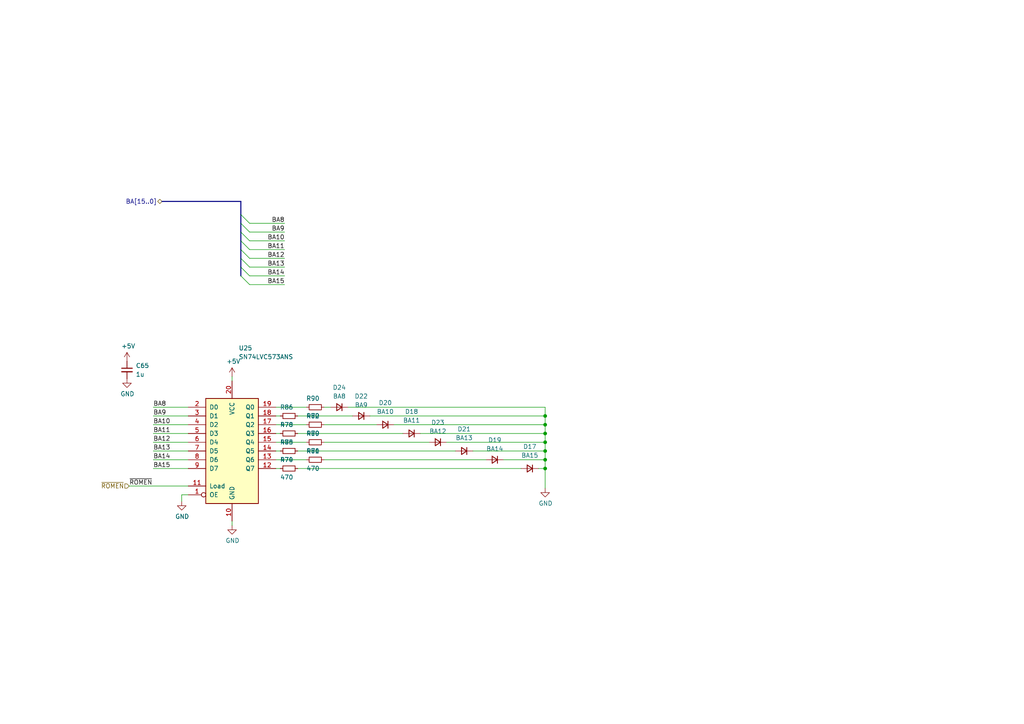
<source format=kicad_sch>
(kicad_sch (version 20230121) (generator eeschema)
  (paper "A4")
  (title_block (date "2022-06-27") (rev "3b") (company "twitch.tv/baldengineer"))
  (lib_symbols
    (symbol "74xx:74LS573" (pin_names (offset 1.016))
      (property "Reference" "U" (at -7.62 16.51 0))
      (property "Value" "74LS573" (at -7.62 -16.51 0))
      (symbol "74LS573_1_0"
        (pin input inverted (at -12.7 -12.7 0) (length 5.08) (name "OE") (number "1"))
        (pin power_in line (at 0 -20.32 90) (length 5.08) (name "GND") (number "10"))
        (pin input line (at -12.7 -10.16 0) (length 5.08) (name "Load") (number "11"))
        (pin tri_state line (at 12.7 -5.08 180) (length 5.08) (name "Q7") (number "12"))
        (pin tri_state line (at 12.7 -2.54 180) (length 5.08) (name "Q6") (number "13"))
        (pin tri_state line (at 12.7 0 180) (length 5.08) (name "Q5") (number "14"))
        (pin tri_state line (at 12.7 2.54 180) (length 5.08) (name "Q4") (number "15"))
        (pin tri_state line (at 12.7 5.08 180) (length 5.08) (name "Q3") (number "16"))
        (pin tri_state line (at 12.7 7.62 180) (length 5.08) (name "Q2") (number "17"))
        (pin tri_state line (at 12.7 10.16 180) (length 5.08) (name "Q1") (number "18"))
        (pin tri_state line (at 12.7 12.7 180) (length 5.08) (name "Q0") (number "19"))
        (pin input line (at -12.7 12.7 0) (length 5.08) (name "D0") (number "2"))
        (pin power_in line (at 0 20.32 270) (length 5.08) (name "VCC") (number "20"))
        (pin input line (at -12.7 10.16 0) (length 5.08) (name "D1") (number "3"))
        (pin input line (at -12.7 7.62 0) (length 5.08) (name "D2") (number "4"))
        (pin input line (at -12.7 5.08 0) (length 5.08) (name "D3") (number "5"))
        (pin input line (at -12.7 2.54 0) (length 5.08) (name "D4") (number "6"))
        (pin input line (at -12.7 0 0) (length 5.08) (name "D5") (number "7"))
        (pin input line (at -12.7 -2.54 0) (length 5.08) (name "D6") (number "8"))
        (pin input line (at -12.7 -5.08 0) (length 5.08) (name "D7") (number "9"))
      )
      (symbol "74LS573_1_1"
        (rectangle (start -7.62 15.24) (end 7.62 -15.24) (stroke (width 0.254)) (fill (type background)))
      )
    )
    (symbol "Device:C_Small" (pin_numbers hide) (pin_names (offset 0.254) hide)
      (property "Reference" "C" (at 0.254 1.778 0))
      (property "Value" "C_Small" (at 0.254 -2.032 0))
      (symbol "C_Small_0_1"
        (polyline (pts (xy -1.524 -0.508) (xy 1.524 -0.508)) (stroke (width 0.3302)))
        (polyline (pts (xy -1.524 0.508) (xy 1.524 0.508)) (stroke (width 0.3048)))
      )
      (symbol "C_Small_1_1"
        (pin passive line (at 0 2.54 270) (length 2.032) (name "~") (number "1"))
        (pin passive line (at 0 -2.54 90) (length 2.032) (name "~") (number "2"))
      )
    )
    (symbol "My Library:D_1206" (pin_numbers hide) (pin_names (offset 0.254) hide)
      (property "Reference" "D" (at -1.27 2.032 0))
      (property "Value" "D_1206" (at -3.81 -2.032 0))
      (symbol "D_1206_0_1"
        (polyline (pts (xy -0.762 -1.016) (xy -0.762 1.016)) (stroke (width 0.254)))
        (polyline (pts (xy -0.762 0) (xy 0.762 0)))
        (polyline (pts (xy 0.762 -1.016) (xy -0.762 0) (xy 0.762 1.016) (xy 0.762 -1.016)) (stroke (width 0.254)))
      )
      (symbol "D_1206_1_1"
        (pin passive line (at -2.54 0 0) (length 1.778) (name "K") (number "1"))
        (pin passive line (at 2.54 0 180) (length 1.778) (name "A") (number "2"))
      )
    )
    (symbol "R_0805_10" (pin_numbers hide) (pin_names (offset 0.254) hide)
      (property "Reference" "R" (at 0.762 0.508 0))
      (property "Value" "R_0805_10" (at 0.762 -1.016 0))
      (symbol "R_0805_10_0_1"
        (rectangle (start -0.762 1.778) (end 0.762 -1.778) (stroke (width 0.2032)))
      )
      (symbol "R_0805_10_1_1"
        (pin passive line (at 0 2.54 270) (length 0.762) (name "~") (number "1"))
        (pin passive line (at 0 -2.54 90) (length 0.762) (name "~") (number "2"))
      )
    )
    (symbol "power:+5V" (power) (pin_names (offset 0))
      (property "Value" "+5V" (at 0 3.556 0))
      (symbol "+5V_0_1"
        (polyline (pts (xy -0.762 1.27) (xy 0 2.54)))
        (polyline (pts (xy 0 0) (xy 0 2.54)))
        (polyline (pts (xy 0 2.54) (xy 0.762 1.27)))
      )
      (symbol "+5V_1_1"
        (pin power_in line (at 0 0 90) (length 0) hide (name "+5V") (number "1"))
      )
    )
    (symbol "power:GND" (power) (pin_names (offset 0))
      (property "Value" "GND" (at 0 -3.81 0))
      (symbol "GND_0_1"
        (polyline (pts (xy 0 0) (xy 0 -1.27) (xy 1.27 -1.27) (xy 0 -2.54) (xy -1.27 -1.27) (xy 0 -1.27)))
      )
      (symbol "GND_1_1"
        (pin power_in line (at 0 0 270) (length 0) hide (name "GND") (number "1"))
      )
    )
  )
  (junction (at 158.115 123.19))
  (junction (at 158.115 130.81))
  (junction (at 158.115 120.65))
  (junction (at 158.115 128.27))
  (junction (at 158.115 125.73))
  (junction (at 158.115 133.35))
  (junction (at 158.115 135.89))
  (bus_entry (at 69.85 62.23) (size 2.54 2.54))
  (bus_entry (at 69.85 80.01) (size 2.54 2.54))
  (bus_entry (at 69.85 67.31) (size 2.54 2.54))
  (bus_entry (at 69.85 69.85) (size 2.54 2.54))
  (bus_entry (at 69.85 64.77) (size 2.54 2.54))
  (bus_entry (at 69.85 72.39) (size 2.54 2.54))
  (bus_entry (at 69.85 74.93) (size 2.54 2.54))
  (bus_entry (at 69.85 77.47) (size 2.54 2.54))
  (wire (pts (xy 54.61 135.89) (xy 44.45 135.89)))
  (wire (pts (xy 158.115 130.81) (xy 158.115 133.35)))
  (wire (pts (xy 121.92 125.73) (xy 158.115 125.73)))
  (wire (pts (xy 54.61 143.51) (xy 52.705 143.51)))
  (bus (pts (xy 69.85 80.01) (xy 69.85 77.47)))
  (wire (pts (xy 37.465 140.97) (xy 54.61 140.97)))
  (bus (pts (xy 69.85 77.47) (xy 69.85 74.93)))
  (bus (pts (xy 69.85 69.85) (xy 69.85 67.31)))
  (wire (pts (xy 54.61 118.11) (xy 44.45 118.11)))
  (wire (pts (xy 67.31 151.13) (xy 67.31 152.4)))
  (wire (pts (xy 158.115 133.35) (xy 158.115 135.89)))
  (wire (pts (xy 86.36 130.81) (xy 132.08 130.81)))
  (wire (pts (xy 86.36 120.65) (xy 102.235 120.65)))
  (wire (pts (xy 72.39 74.93) (xy 82.55 74.93)))
  (wire (pts (xy 72.39 64.77) (xy 82.55 64.77)))
  (wire (pts (xy 158.115 118.11) (xy 158.115 120.65)))
  (wire (pts (xy 86.36 135.89) (xy 151.13 135.89)))
  (wire (pts (xy 80.01 120.65) (xy 81.28 120.65)))
  (wire (pts (xy 114.3 123.19) (xy 158.115 123.19)))
  (bus (pts (xy 69.85 67.31) (xy 69.85 64.77)))
  (wire (pts (xy 156.21 135.89) (xy 158.115 135.89)))
  (wire (pts (xy 107.315 120.65) (xy 158.115 120.65)))
  (bus (pts (xy 69.85 64.77) (xy 69.85 62.23)))
  (wire (pts (xy 80.01 135.89) (xy 81.28 135.89)))
  (wire (pts (xy 72.39 67.31) (xy 82.55 67.31)))
  (wire (pts (xy 93.98 123.19) (xy 109.22 123.19)))
  (wire (pts (xy 72.39 80.01) (xy 82.55 80.01)))
  (wire (pts (xy 93.98 133.35) (xy 140.97 133.35)))
  (wire (pts (xy 158.115 128.27) (xy 158.115 130.81)))
  (wire (pts (xy 93.98 128.27) (xy 124.46 128.27)))
  (wire (pts (xy 72.39 69.85) (xy 82.55 69.85)))
  (wire (pts (xy 158.115 135.89) (xy 158.115 141.605)))
  (wire (pts (xy 158.115 123.19) (xy 158.115 125.73)))
  (wire (pts (xy 137.16 130.81) (xy 158.115 130.81)))
  (wire (pts (xy 67.31 109.22) (xy 67.31 110.49)))
  (wire (pts (xy 54.61 120.65) (xy 44.45 120.65)))
  (bus (pts (xy 69.85 74.93) (xy 69.85 72.39)))
  (wire (pts (xy 52.705 143.51) (xy 52.705 145.415)))
  (bus (pts (xy 46.99 58.42) (xy 69.85 58.42)))
  (wire (pts (xy 86.36 125.73) (xy 116.84 125.73)))
  (wire (pts (xy 72.39 72.39) (xy 82.55 72.39)))
  (wire (pts (xy 80.01 128.27) (xy 88.9 128.27)))
  (bus (pts (xy 69.85 72.39) (xy 69.85 69.85)))
  (wire (pts (xy 54.61 123.19) (xy 44.45 123.19)))
  (wire (pts (xy 80.01 130.81) (xy 81.28 130.81)))
  (wire (pts (xy 54.61 128.27) (xy 44.45 128.27)))
  (wire (pts (xy 54.61 130.81) (xy 44.45 130.81)))
  (wire (pts (xy 129.54 128.27) (xy 158.115 128.27)))
  (wire (pts (xy 146.05 133.35) (xy 158.115 133.35)))
  (wire (pts (xy 100.965 118.11) (xy 158.115 118.11)))
  (wire (pts (xy 72.39 82.55) (xy 82.55 82.55)))
  (wire (pts (xy 80.01 123.19) (xy 88.9 123.19)))
  (wire (pts (xy 80.01 133.35) (xy 88.9 133.35)))
  (wire (pts (xy 80.01 118.11) (xy 88.9 118.11)))
  (wire (pts (xy 80.01 125.73) (xy 81.28 125.73)))
  (wire (pts (xy 93.98 118.11) (xy 95.885 118.11)))
  (wire (pts (xy 158.115 120.65) (xy 158.115 123.19)))
  (wire (pts (xy 54.61 125.73) (xy 44.45 125.73)))
  (wire (pts (xy 158.115 125.73) (xy 158.115 128.27)))
  (wire (pts (xy 54.61 133.35) (xy 44.45 133.35)))
  (bus (pts (xy 69.85 62.23) (xy 69.85 58.42)))
  (wire (pts (xy 72.39 77.47) (xy 82.55 77.47)))
  (label "BA15" (at 44.45 135.89 0))
  (label "BA12" (at 44.45 128.27 0))
  (label "BA10" (at 44.45 123.19 0))
  (label "BA15" (at 82.55 82.55 180))
  (label "BA14" (at 44.45 133.35 0))
  (label "BA11" (at 82.55 72.39 180))
  (label "BA11" (at 44.45 125.73 0))
  (label "BA13" (at 82.55 77.47 180))
  (label "BA13" (at 44.45 130.81 0))
  (label "BA12" (at 82.55 74.93 180))
  (label "BA8" (at 44.45 118.11 0))
  (label "BA10" (at 82.55 69.85 180))
  (label "~{ROMEN}" (at 37.465 140.97 0))
  (label "BA9" (at 82.55 67.31 180))
  (label "BA8" (at 82.55 64.77 180))
  (label "BA14" (at 82.55 80.01 180))
  (label "BA9" (at 44.45 120.65 0))
  (hierarchical_label "BA[15..0]" (shape bidirectional) (at 46.99 58.42 180))
  (hierarchical_label "~{ROMEN}" (shape input) (at 37.465 140.97 180))
  (symbol (lib_name "R_0805_10") (lib_id "My_Library:R_0805") (at 83.82 130.81 90) (unit 1)
    (property "Reference" "R85" (at 85.09 128.27 90) (effects (justify left)))
    (property "Value" "470" (at 85.09 133.35 90) (effects (justify left)))
    (property "Footprint" "Resistor_SMD:R_0805_2012Metric" (effects hide))
  )
  (symbol (lib_id "My Library:D_1206") (at 153.67 135.89 180) (unit 1)
    (property "Reference" "D17" (at 153.67 129.54 0))
    (property "Value" "BA15" (at 153.67 132.08 0))
    (property "Footprint" "LED_SMD:LED_1206_3216Metric" (effects hide))
  )
  (symbol (lib_id "Device:C_Small") (at 36.83 107.315 0) (unit 1)
    (property "Reference" "C65" (at 39.37 106.0512 0) (effects (justify left)))
    (property "Value" "1u" (at 39.37 108.5912 0) (effects (justify left)))
    (property "Footprint" "Capacitor_SMD:C_0603_1608Metric" (effects hide))
  )
  (symbol (lib_id "power:GND") (at 158.115 141.605 0) (unit 1)
    (property "Reference" "#PWR0381" (effects hide))
    (property "Value" "GND" (at 158.242 145.9992 0))
  )
  (symbol (lib_id "74xx:74LS573") (at 67.31 130.81 0) (unit 1)
    (property "Reference" "U25" (at 69.215 100.965 0) (effects (justify left)))
    (property "Value" "SN74LVC573ANS" (at 69.215 103.505 0) (effects (justify left)))
    (property "Footprint" "Package_SO:SO-20_5.3x12.6mm_P1.27mm" (effects hide))
    (property "Datasheet" "74xx/74hc573.pdf" (effects hide))
  )
  (symbol (lib_id "My Library:D_1206") (at 134.62 130.81 180) (unit 1)
    (property "Reference" "D21" (at 134.62 124.46 0))
    (property "Value" "BA13" (at 134.62 127 0))
    (property "Footprint" "LED_SMD:LED_1206_3216Metric" (effects hide))
  )
  (symbol (lib_id "power:GND") (at 52.705 145.415 0) (unit 1)
    (property "Reference" "#PWR0268" (effects hide))
    (property "Value" "GND" (at 52.832 149.8092 0))
  )
  (symbol (lib_id "power:GND") (at 36.83 109.855 0) (unit 1)
    (property "Reference" "#PWR0385" (effects hide))
    (property "Value" "GND" (at 36.957 114.2492 0))
  )
  (symbol (lib_id "My Library:D_1206") (at 119.38 125.73 180) (unit 1)
    (property "Reference" "D18" (at 119.38 119.38 0))
    (property "Value" "BA11" (at 119.38 121.92 0))
    (property "Footprint" "LED_SMD:LED_1206_3216Metric" (effects hide))
  )
  (symbol (lib_id "power:+5V") (at 67.31 109.22 0) (unit 1)
    (property "Reference" "#PWR0384" (effects hide))
    (property "Value" "+5V" (at 67.691 104.8258 0))
  )
  (symbol (lib_name "R_0805_10") (lib_id "My_Library:R_0805") (at 83.82 125.73 90) (unit 1)
    (property "Reference" "R78" (at 85.09 123.19 90) (effects (justify left)))
    (property "Value" "470" (at 85.09 128.27 90) (effects (justify left)))
    (property "Footprint" "Resistor_SMD:R_0805_2012Metric" (effects hide))
  )
  (symbol (lib_id "power:GND") (at 67.31 152.4 0) (unit 1)
    (property "Reference" "#PWR0269" (effects hide))
    (property "Value" "GND" (at 67.437 156.7942 0))
  )
  (symbol (lib_id "My Library:D_1206") (at 111.76 123.19 180) (unit 1)
    (property "Reference" "D20" (at 111.76 116.84 0))
    (property "Value" "BA10" (at 111.76 119.38 0))
    (property "Footprint" "LED_SMD:LED_1206_3216Metric" (effects hide))
  )
  (symbol (lib_id "My Library:D_1206") (at 98.425 118.11 180) (unit 1)
    (property "Reference" "D24" (at 98.425 112.395 0))
    (property "Value" "BA8" (at 98.425 114.935 0))
    (property "Footprint" "LED_SMD:LED_1206_3216Metric" (effects hide))
  )
  (symbol (lib_name "R_0805_10") (lib_id "My_Library:R_0805") (at 83.82 135.89 90) (unit 1)
    (property "Reference" "R74" (at 85.09 133.35 90) (effects (justify left)))
    (property "Value" "470" (at 85.09 138.43 90) (effects (justify left)))
    (property "Footprint" "Resistor_SMD:R_0805_2012Metric" (effects hide))
  )
  (symbol (lib_id "My Library:D_1206") (at 104.775 120.65 180) (unit 1)
    (property "Reference" "D22" (at 104.775 114.935 0))
    (property "Value" "BA9" (at 104.775 117.475 0))
    (property "Footprint" "LED_SMD:LED_1206_3216Metric" (effects hide))
  )
  (symbol (lib_id "My Library:D_1206") (at 127 128.27 180) (unit 1)
    (property "Reference" "D23" (at 127 122.555 0))
    (property "Value" "BA12" (at 127 125.095 0))
    (property "Footprint" "LED_SMD:LED_1206_3216Metric" (effects hide))
  )
  (symbol (lib_id "power:+5V") (at 36.83 104.775 0) (unit 1)
    (property "Reference" "#PWR0386" (effects hide))
    (property "Value" "+5V" (at 37.211 100.3808 0))
  )
  (symbol (lib_name "R_0805_10") (lib_id "My_Library:R_0805") (at 91.44 128.27 90) (unit 1)
    (property "Reference" "R89" (at 92.71 125.73 90) (effects (justify left)))
    (property "Value" "470" (at 92.71 130.81 90) (effects (justify left)))
    (property "Footprint" "Resistor_SMD:R_0805_2012Metric" (effects hide))
  )
  (symbol (lib_name "R_0805_10") (lib_id "My_Library:R_0805") (at 91.44 118.11 90) (unit 1)
    (property "Reference" "R90" (at 92.71 115.57 90) (effects (justify left)))
    (property "Value" "470" (at 92.71 120.65 90) (effects (justify left)))
    (property "Footprint" "Resistor_SMD:R_0805_2012Metric" (effects hide))
  )
  (symbol (lib_name "R_0805_10") (lib_id "My_Library:R_0805") (at 91.44 123.19 90) (unit 1)
    (property "Reference" "R82" (at 92.71 120.65 90) (effects (justify left)))
    (property "Value" "470" (at 92.71 125.73 90) (effects (justify left)))
    (property "Footprint" "Resistor_SMD:R_0805_2012Metric" (effects hide))
  )
  (symbol (lib_name "R_0805_10") (lib_id "My_Library:R_0805") (at 83.82 120.65 90) (unit 1)
    (property "Reference" "R86" (at 85.09 118.11 90) (effects (justify left)))
    (property "Value" "470" (at 85.09 123.19 90) (effects (justify left)))
    (property "Footprint" "Resistor_SMD:R_0805_2012Metric" (effects hide))
  )
  (symbol (lib_id "My Library:D_1206") (at 143.51 133.35 180) (unit 1)
    (property "Reference" "D19" (at 143.51 127.635 0))
    (property "Value" "BA14" (at 143.51 130.175 0))
    (property "Footprint" "LED_SMD:LED_1206_3216Metric" (effects hide))
  )
  (symbol (lib_name "R_0805_10") (lib_id "My_Library:R_0805") (at 91.44 133.35 90) (unit 1)
    (property "Reference" "R81" (at 92.71 130.81 90) (effects (justify left)))
    (property "Value" "470" (at 92.71 135.89 90) (effects (justify left)))
    (property "Footprint" "Resistor_SMD:R_0805_2012Metric" (effects hide))
  )
)
</source>
